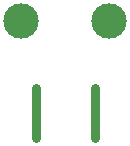
<source format=gbr>
%TF.GenerationSoftware,KiCad,Pcbnew,8.0.2*%
%TF.CreationDate,2024-05-29T16:50:20+10:00*%
%TF.ProjectId,little_switch_adapter,6c697474-6c65-45f7-9377-697463685f61,rev?*%
%TF.SameCoordinates,Original*%
%TF.FileFunction,NonPlated,1,2,NPTH,Mixed*%
%TF.FilePolarity,Positive*%
%FSLAX46Y46*%
G04 Gerber Fmt 4.6, Leading zero omitted, Abs format (unit mm)*
G04 Created by KiCad (PCBNEW 8.0.2) date 2024-05-29 16:50:20*
%MOMM*%
%LPD*%
G01*
G04 APERTURE LIST*
G04 aperture for slot hole*
%TA.AperFunction,ComponentDrill*%
%ADD10C,0.750000*%
%TD*%
%TA.AperFunction,ComponentDrill*%
%ADD11C,3.000000*%
%TD*%
G04 APERTURE END LIST*
D10*
%TO.C,SW1*%
X142500000Y-95625000D02*
X142500000Y-91375000D01*
X147500000Y-95625000D02*
X147500000Y-91375000D01*
D11*
%TO.C,J1*%
X141250000Y-85750000D03*
%TO.C,J2*%
X148750000Y-85750000D03*
M02*

</source>
